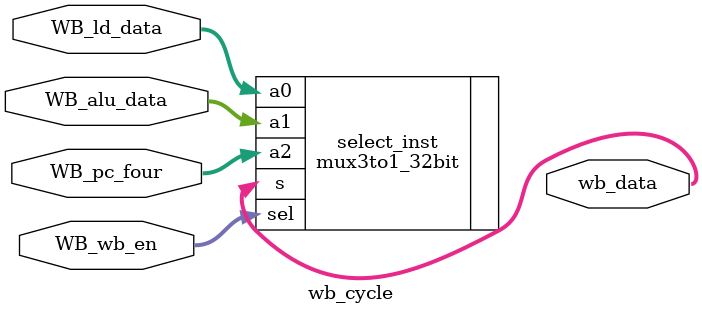
<source format=sv>
module wb_cycle (
//input logic 					clk_i, rst_ni,
input logic 	[31 : 0]		WB_ld_data, WB_alu_data, WB_pc_four,
input logic 	[1 : 0]				WB_wb_en,
//input logic	[4 : 0]				WB_rd_addr, 					
//input logic 					WB_rd_wren, WB_mem_wren,

output logic 	[31 : 0]	   wb_data
//output logic 	[4 : 0]				WB_rd_addr_check,
//output logic					WB_rd_wren_check, WB_mem_wren_check
);

	// Select data: pc_four, alu_data and ld_data into the regfile
mux3to1_32bit			select_inst	(
							.a0			(WB_ld_data),
							.a1			(WB_alu_data),
							.a2			(WB_pc_four),
							.sel			(WB_wb_en),			
	
							.s				(wb_data)
);
	//mem_wren 1: write, 0: Read
	//rd_wren  1: write, 0: Read
//always @(posedge clk_i or negedge rst_ni) begin
//	if (!rst_ni) begin
//		WB_rd_wren_check 		<=	0;		
//		WB_mem_wren_check		<=	1;
//		WB_rd_addr_check		<=	0;
//	end
	
//	else begin
//		WB_rd_wren_check 		<=	WB_rd_wren;
//		WB_rd_addr_check		<=	WB_rd_addr;
//		WB_mem_wren_check		<=	WB_mem_wren;
//	end
//end
endmodule

</source>
